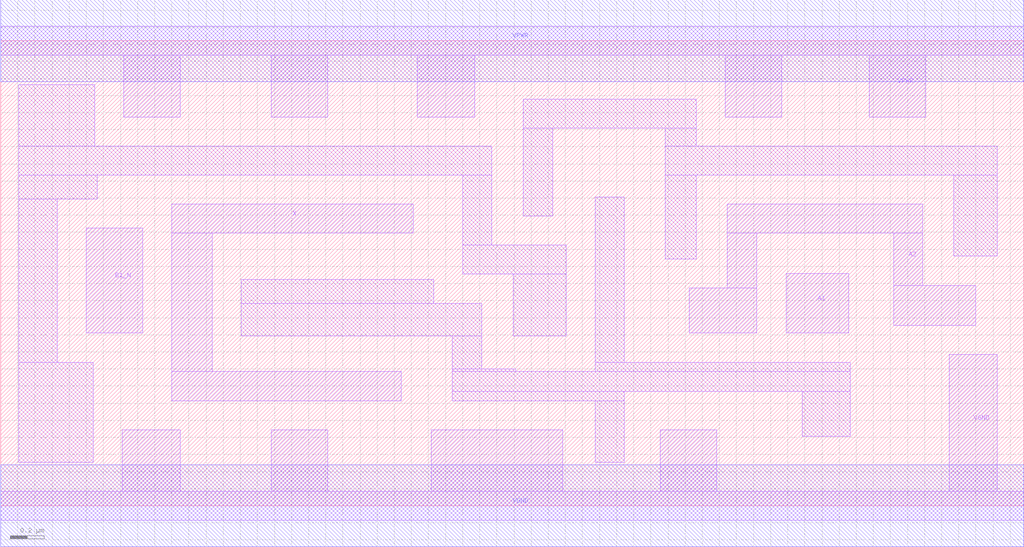
<source format=lef>
# Copyright 2020 The SkyWater PDK Authors
#
# Licensed under the Apache License, Version 2.0 (the "License");
# you may not use this file except in compliance with the License.
# You may obtain a copy of the License at
#
#     https://www.apache.org/licenses/LICENSE-2.0
#
# Unless required by applicable law or agreed to in writing, software
# distributed under the License is distributed on an "AS IS" BASIS,
# WITHOUT WARRANTIES OR CONDITIONS OF ANY KIND, either express or implied.
# See the License for the specific language governing permissions and
# limitations under the License.
#
# SPDX-License-Identifier: Apache-2.0

VERSION 5.5 ;
NAMESCASESENSITIVE ON ;
BUSBITCHARS "[]" ;
DIVIDERCHAR "/" ;
MACRO sky130_fd_sc_hd__a21bo_4
  CLASS CORE ;
  SOURCE USER ;
  ORIGIN  0.000000  0.000000 ;
  SIZE  5.980000 BY  2.720000 ;
  SYMMETRY X Y R90 ;
  SITE unithd ;
  PIN A1
    ANTENNAGATEAREA  0.495000 ;
    DIRECTION INPUT ;
    USE SIGNAL ;
    PORT
      LAYER li1 ;
        RECT 4.590000 1.010000 4.955000 1.360000 ;
    END
  END A1
  PIN A2
    ANTENNAGATEAREA  0.495000 ;
    DIRECTION INPUT ;
    USE SIGNAL ;
    PORT
      LAYER li1 ;
        RECT 4.025000 1.010000 4.420000 1.275000 ;
        RECT 4.245000 1.275000 4.420000 1.595000 ;
        RECT 4.245000 1.595000 5.390000 1.765000 ;
        RECT 5.220000 1.055000 5.700000 1.290000 ;
        RECT 5.220000 1.290000 5.390000 1.595000 ;
    END
  END A2
  PIN B1_N
    ANTENNAGATEAREA  0.247500 ;
    DIRECTION INPUT ;
    USE SIGNAL ;
    PORT
      LAYER li1 ;
        RECT 0.500000 1.010000 0.830000 1.625000 ;
    END
  END B1_N
  PIN X
    ANTENNADIFFAREA  0.924000 ;
    DIRECTION OUTPUT ;
    USE SIGNAL ;
    PORT
      LAYER li1 ;
        RECT 1.000000 0.615000 2.340000 0.785000 ;
        RECT 1.000000 0.785000 1.235000 1.595000 ;
        RECT 1.000000 1.595000 2.410000 1.765000 ;
    END
  END X
  PIN VGND
    DIRECTION INOUT ;
    SHAPE ABUTMENT ;
    USE GROUND ;
    PORT
      LAYER li1 ;
        RECT 0.000000 -0.085000 5.980000 0.085000 ;
        RECT 0.710000  0.085000 1.050000 0.445000 ;
        RECT 1.580000  0.085000 1.910000 0.445000 ;
        RECT 2.515000  0.085000 3.285000 0.445000 ;
        RECT 3.855000  0.085000 4.185000 0.445000 ;
        RECT 5.545000  0.085000 5.825000 0.885000 ;
    END
    PORT
      LAYER met1 ;
        RECT 0.000000 -0.240000 5.980000 0.240000 ;
    END
  END VGND
  PIN VPWR
    DIRECTION INOUT ;
    SHAPE ABUTMENT ;
    USE POWER ;
    PORT
      LAYER li1 ;
        RECT 0.000000 2.635000 5.980000 2.805000 ;
        RECT 0.720000 2.275000 1.050000 2.635000 ;
        RECT 1.580000 2.275000 1.910000 2.635000 ;
        RECT 2.435000 2.275000 2.770000 2.635000 ;
        RECT 4.235000 2.275000 4.565000 2.635000 ;
        RECT 5.075000 2.275000 5.405000 2.635000 ;
    END
    PORT
      LAYER met1 ;
        RECT 0.000000 2.480000 5.980000 2.960000 ;
    END
  END VPWR
  OBS
    LAYER li1 ;
      RECT 0.105000 0.255000 0.540000 0.840000 ;
      RECT 0.105000 0.840000 0.330000 1.795000 ;
      RECT 0.105000 1.795000 0.565000 1.935000 ;
      RECT 0.105000 1.935000 2.870000 2.105000 ;
      RECT 0.105000 2.105000 0.550000 2.465000 ;
      RECT 1.405000 0.995000 2.810000 1.185000 ;
      RECT 1.405000 1.185000 2.530000 1.325000 ;
      RECT 2.640000 0.615000 3.645000 0.670000 ;
      RECT 2.640000 0.670000 4.965000 0.785000 ;
      RECT 2.640000 0.785000 3.010000 0.800000 ;
      RECT 2.640000 0.800000 2.810000 0.995000 ;
      RECT 2.700000 1.355000 3.305000 1.525000 ;
      RECT 2.700000 1.525000 2.870000 1.935000 ;
      RECT 2.995000 0.995000 3.305000 1.355000 ;
      RECT 3.055000 1.695000 3.225000 2.210000 ;
      RECT 3.055000 2.210000 4.065000 2.380000 ;
      RECT 3.475000 0.255000 3.645000 0.615000 ;
      RECT 3.475000 0.785000 4.965000 0.840000 ;
      RECT 3.475000 0.840000 3.645000 1.805000 ;
      RECT 3.885000 1.445000 4.065000 1.935000 ;
      RECT 3.885000 1.935000 5.825000 2.105000 ;
      RECT 3.885000 2.105000 4.065000 2.210000 ;
      RECT 4.685000 0.405000 4.965000 0.670000 ;
      RECT 5.570000 1.460000 5.825000 1.935000 ;
  END
END sky130_fd_sc_hd__a21bo_4

</source>
